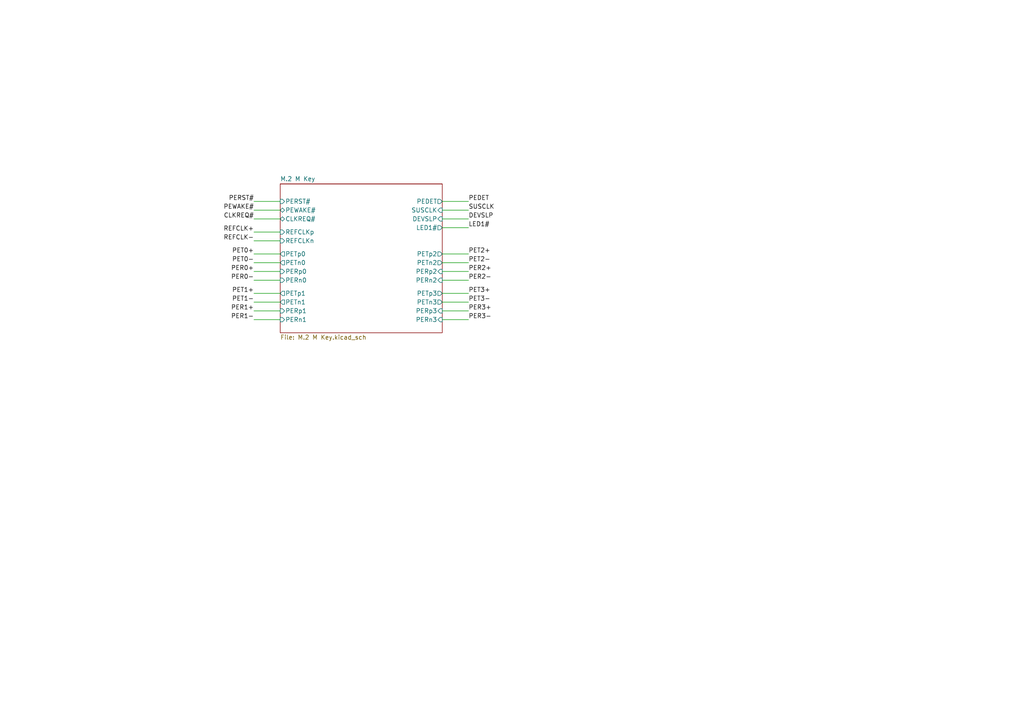
<source format=kicad_sch>
(kicad_sch
	(version 20250114)
	(generator "eeschema")
	(generator_version "9.0")
	(uuid "56980990-de7b-4df2-b369-502249d30b0a")
	(paper "A4")
	(lib_symbols)
	(wire
		(pts
			(xy 73.66 87.63) (xy 81.28 87.63)
		)
		(stroke
			(width 0)
			(type default)
		)
		(uuid "06c01e66-d25f-4831-9c33-b493139d1856")
	)
	(wire
		(pts
			(xy 73.66 73.66) (xy 81.28 73.66)
		)
		(stroke
			(width 0)
			(type default)
		)
		(uuid "096e72a6-f137-45f1-981c-e830dced0f2f")
	)
	(wire
		(pts
			(xy 73.66 78.74) (xy 81.28 78.74)
		)
		(stroke
			(width 0)
			(type default)
		)
		(uuid "142da844-585a-43b9-919d-d6d1474877d7")
	)
	(wire
		(pts
			(xy 128.27 90.17) (xy 135.89 90.17)
		)
		(stroke
			(width 0)
			(type default)
		)
		(uuid "225385cf-b270-4837-b90f-3a1cc345970e")
	)
	(wire
		(pts
			(xy 128.27 92.71) (xy 135.89 92.71)
		)
		(stroke
			(width 0)
			(type default)
		)
		(uuid "2ae7cfa0-d97a-40b9-ba99-c764c200e861")
	)
	(wire
		(pts
			(xy 73.66 85.09) (xy 81.28 85.09)
		)
		(stroke
			(width 0)
			(type default)
		)
		(uuid "3d3fb6d6-21db-4901-941c-a0421a4cdc77")
	)
	(wire
		(pts
			(xy 128.27 66.04) (xy 135.89 66.04)
		)
		(stroke
			(width 0)
			(type default)
		)
		(uuid "45c9d23c-3a39-4bd3-adbb-ce8795c5cc09")
	)
	(wire
		(pts
			(xy 73.66 76.2) (xy 81.28 76.2)
		)
		(stroke
			(width 0)
			(type default)
		)
		(uuid "47fea4fa-a06c-4220-873a-dbcc5c7fa01d")
	)
	(wire
		(pts
			(xy 128.27 87.63) (xy 135.89 87.63)
		)
		(stroke
			(width 0)
			(type default)
		)
		(uuid "4b7e2b97-0cd3-4bb3-99c7-b88f54da55e5")
	)
	(wire
		(pts
			(xy 73.66 60.96) (xy 81.28 60.96)
		)
		(stroke
			(width 0)
			(type default)
		)
		(uuid "4db99603-6a09-484f-865a-d75fc3aa5935")
	)
	(wire
		(pts
			(xy 128.27 78.74) (xy 135.89 78.74)
		)
		(stroke
			(width 0)
			(type default)
		)
		(uuid "4fa4add7-33a2-4dff-8b3d-2e427e988c53")
	)
	(wire
		(pts
			(xy 73.66 81.28) (xy 81.28 81.28)
		)
		(stroke
			(width 0)
			(type default)
		)
		(uuid "56807149-9ebe-47f7-965a-6b07706c3f8a")
	)
	(wire
		(pts
			(xy 73.66 67.31) (xy 81.28 67.31)
		)
		(stroke
			(width 0)
			(type default)
		)
		(uuid "6e46679e-a5c8-4666-a58c-38ab75db8451")
	)
	(wire
		(pts
			(xy 73.66 90.17) (xy 81.28 90.17)
		)
		(stroke
			(width 0)
			(type default)
		)
		(uuid "700d89a3-60b5-472f-b89b-f0c234407994")
	)
	(wire
		(pts
			(xy 73.66 69.85) (xy 81.28 69.85)
		)
		(stroke
			(width 0)
			(type default)
		)
		(uuid "755814d6-7bbb-4fb7-be37-db9c5512efff")
	)
	(wire
		(pts
			(xy 128.27 85.09) (xy 135.89 85.09)
		)
		(stroke
			(width 0)
			(type default)
		)
		(uuid "a57c3f05-3dc2-4bec-9368-1d4d376e9267")
	)
	(wire
		(pts
			(xy 128.27 73.66) (xy 135.89 73.66)
		)
		(stroke
			(width 0)
			(type default)
		)
		(uuid "bceca6b0-e2c7-463c-bbd9-21d12985a8c6")
	)
	(wire
		(pts
			(xy 73.66 58.42) (xy 81.28 58.42)
		)
		(stroke
			(width 0)
			(type default)
		)
		(uuid "da5aa157-7c31-489d-bc12-e5e8b77d3c79")
	)
	(wire
		(pts
			(xy 128.27 81.28) (xy 135.89 81.28)
		)
		(stroke
			(width 0)
			(type default)
		)
		(uuid "e0e75a52-cc95-4784-ab9c-87540e638456")
	)
	(wire
		(pts
			(xy 128.27 60.96) (xy 135.89 60.96)
		)
		(stroke
			(width 0)
			(type default)
		)
		(uuid "e36baa3c-69ac-4040-bac4-51060982e874")
	)
	(wire
		(pts
			(xy 73.66 92.71) (xy 81.28 92.71)
		)
		(stroke
			(width 0)
			(type default)
		)
		(uuid "e760e450-c6cf-4a16-a3e4-b9db87b5f76e")
	)
	(wire
		(pts
			(xy 128.27 58.42) (xy 135.89 58.42)
		)
		(stroke
			(width 0)
			(type default)
		)
		(uuid "e84b06dd-ec86-4c4a-b1c2-b6049ca2d48f")
	)
	(wire
		(pts
			(xy 73.66 63.5) (xy 81.28 63.5)
		)
		(stroke
			(width 0)
			(type default)
		)
		(uuid "ef2a7c74-4e6c-4e83-9bce-eb018372ebf6")
	)
	(wire
		(pts
			(xy 128.27 76.2) (xy 135.89 76.2)
		)
		(stroke
			(width 0)
			(type default)
		)
		(uuid "f366a139-753b-4256-85df-7f0de1e1ea4a")
	)
	(wire
		(pts
			(xy 128.27 63.5) (xy 135.89 63.5)
		)
		(stroke
			(width 0)
			(type default)
		)
		(uuid "f9485c54-bb2d-4e35-92a0-6c1ade69d019")
	)
	(label "PER1+"
		(at 73.66 90.17 180)
		(effects
			(font
				(size 1.27 1.27)
			)
			(justify right bottom)
		)
		(uuid "0328fc4e-12f5-4323-a3d4-63f18c31919b")
	)
	(label "PER0+"
		(at 73.66 78.74 180)
		(effects
			(font
				(size 1.27 1.27)
			)
			(justify right bottom)
		)
		(uuid "1eff997e-f90c-4a06-ab90-3d89a2f65835")
	)
	(label "SUSCLK"
		(at 135.89 60.96 0)
		(effects
			(font
				(size 1.27 1.27)
			)
			(justify left bottom)
		)
		(uuid "219bfdf6-c4ee-4f7b-a8ac-f514ba5229de")
	)
	(label "CLKREQ#"
		(at 73.66 63.5 180)
		(effects
			(font
				(size 1.27 1.27)
			)
			(justify right bottom)
		)
		(uuid "3c24b3b9-fac8-435e-8701-92f767e33252")
	)
	(label "DEVSLP"
		(at 135.89 63.5 0)
		(effects
			(font
				(size 1.27 1.27)
			)
			(justify left bottom)
		)
		(uuid "490a15c4-9787-4a64-a359-cd234d0a1a2e")
	)
	(label "PET2+"
		(at 135.89 73.66 0)
		(effects
			(font
				(size 1.27 1.27)
			)
			(justify left bottom)
		)
		(uuid "5ca8bb79-7834-4dae-899a-70864fbb7ed3")
	)
	(label "PER1-"
		(at 73.66 92.71 180)
		(effects
			(font
				(size 1.27 1.27)
			)
			(justify right bottom)
		)
		(uuid "611df789-1aaa-4eb4-92a0-cf75672ebfc3")
	)
	(label "PER3-"
		(at 135.89 92.71 0)
		(effects
			(font
				(size 1.27 1.27)
			)
			(justify left bottom)
		)
		(uuid "6b9f5bbf-40cf-49f0-b4bf-3c6d5623cc72")
	)
	(label "PER3+"
		(at 135.89 90.17 0)
		(effects
			(font
				(size 1.27 1.27)
			)
			(justify left bottom)
		)
		(uuid "6cab83f8-7856-42cf-9fd4-f7b265b4f144")
	)
	(label "PEDET"
		(at 135.89 58.42 0)
		(effects
			(font
				(size 1.27 1.27)
			)
			(justify left bottom)
		)
		(uuid "70107395-6d4e-40a9-a418-3e8f8a3e1941")
	)
	(label "PET3-"
		(at 135.89 87.63 0)
		(effects
			(font
				(size 1.27 1.27)
			)
			(justify left bottom)
		)
		(uuid "7ea0b087-0114-4d57-9c2c-73cae8ed1ef2")
	)
	(label "REFCLK+"
		(at 73.66 67.31 180)
		(effects
			(font
				(size 1.27 1.27)
			)
			(justify right bottom)
		)
		(uuid "7ff2d32e-a45d-45dc-bdb5-3bf1ce98e0f7")
	)
	(label "PET0-"
		(at 73.66 76.2 180)
		(effects
			(font
				(size 1.27 1.27)
			)
			(justify right bottom)
		)
		(uuid "8065f741-2391-437a-bfa6-066dfccf9fca")
	)
	(label "PEWAKE#"
		(at 73.66 60.96 180)
		(effects
			(font
				(size 1.27 1.27)
			)
			(justify right bottom)
		)
		(uuid "927e0615-3304-4770-af10-f3cced26df87")
	)
	(label "PET1-"
		(at 73.66 87.63 180)
		(effects
			(font
				(size 1.27 1.27)
			)
			(justify right bottom)
		)
		(uuid "a10bdfc9-837d-4510-aefe-7cdcc2e3ef19")
	)
	(label "PER2-"
		(at 135.89 81.28 0)
		(effects
			(font
				(size 1.27 1.27)
			)
			(justify left bottom)
		)
		(uuid "a18cbf6b-78de-43d7-b7ab-b5f8581cf7e1")
	)
	(label "PER0-"
		(at 73.66 81.28 180)
		(effects
			(font
				(size 1.27 1.27)
			)
			(justify right bottom)
		)
		(uuid "a207fb51-e79c-4329-83f0-2354b8baa629")
	)
	(label "REFCLK-"
		(at 73.66 69.85 180)
		(effects
			(font
				(size 1.27 1.27)
			)
			(justify right bottom)
		)
		(uuid "a4b44184-100a-4d2f-b7ff-fe1f28d06e6e")
	)
	(label "PET0+"
		(at 73.66 73.66 180)
		(effects
			(font
				(size 1.27 1.27)
			)
			(justify right bottom)
		)
		(uuid "aa405b05-07ad-4d2b-9be7-50eea606b43d")
	)
	(label "PET1+"
		(at 73.66 85.09 180)
		(effects
			(font
				(size 1.27 1.27)
			)
			(justify right bottom)
		)
		(uuid "b89f403b-7c57-456f-bd19-a872e3f41669")
	)
	(label "PET2-"
		(at 135.89 76.2 0)
		(effects
			(font
				(size 1.27 1.27)
			)
			(justify left bottom)
		)
		(uuid "ca9ff8a4-926f-47cd-94af-ba6c8ad8460d")
	)
	(label "LED1#"
		(at 135.89 66.04 0)
		(effects
			(font
				(size 1.27 1.27)
			)
			(justify left bottom)
		)
		(uuid "ce591bae-6efe-4d2e-a1de-eb624796fdce")
	)
	(label "PER2+"
		(at 135.89 78.74 0)
		(effects
			(font
				(size 1.27 1.27)
			)
			(justify left bottom)
		)
		(uuid "db056eb5-86bb-4c37-b799-5696ee809657")
	)
	(label "PET3+"
		(at 135.89 85.09 0)
		(effects
			(font
				(size 1.27 1.27)
			)
			(justify left bottom)
		)
		(uuid "e564b673-e0c6-40c2-a888-0022897cf9f6")
	)
	(label "PERST#"
		(at 73.66 58.42 180)
		(effects
			(font
				(size 1.27 1.27)
			)
			(justify right bottom)
		)
		(uuid "ee61ebbc-8dcb-4ab2-9ace-889d20788298")
	)
	(sheet
		(at 81.28 53.34)
		(size 46.99 43.18)
		(exclude_from_sim no)
		(in_bom yes)
		(on_board yes)
		(dnp no)
		(fields_autoplaced yes)
		(stroke
			(width 0.1524)
			(type solid)
		)
		(fill
			(color 0 0 0 0.0000)
		)
		(uuid "2b71ba98-ccef-4e8f-b574-04aabd3b4eb1")
		(property "Sheetname" "M.2 M Key"
			(at 81.28 52.6284 0)
			(effects
				(font
					(size 1.27 1.27)
				)
				(justify left bottom)
			)
		)
		(property "Sheetfile" "M.2 M Key.kicad_sch"
			(at 81.28 97.1046 0)
			(effects
				(font
					(size 1.27 1.27)
				)
				(justify left top)
			)
		)
		(pin "PERST#" input
			(at 81.28 58.42 180)
			(uuid "21aae8cc-5c52-4620-811c-6c0801aebe95")
			(effects
				(font
					(size 1.27 1.27)
				)
				(justify left)
			)
		)
		(pin "PEWAKE#" bidirectional
			(at 81.28 60.96 180)
			(uuid "b3c25936-854c-4aaf-8b9c-2d90251dc087")
			(effects
				(font
					(size 1.27 1.27)
				)
				(justify left)
			)
		)
		(pin "CLKREQ#" bidirectional
			(at 81.28 63.5 180)
			(uuid "a502381a-abc2-4293-b969-417c5ca3314c")
			(effects
				(font
					(size 1.27 1.27)
				)
				(justify left)
			)
		)
		(pin "REFCLKp" input
			(at 81.28 67.31 180)
			(uuid "b2168106-1b6c-42bb-8527-3a69159a5ce3")
			(effects
				(font
					(size 1.27 1.27)
				)
				(justify left)
			)
		)
		(pin "REFCLKn" input
			(at 81.28 69.85 180)
			(uuid "88b6db80-1e4f-4ea6-9628-7e508d6662ad")
			(effects
				(font
					(size 1.27 1.27)
				)
				(justify left)
			)
		)
		(pin "PETp0" output
			(at 81.28 73.66 180)
			(uuid "dc0bb7a6-9456-4ccb-8dc0-08126a269a1d")
			(effects
				(font
					(size 1.27 1.27)
				)
				(justify left)
			)
		)
		(pin "PERp0" input
			(at 81.28 78.74 180)
			(uuid "536ce879-3262-4073-a198-a044c4d0856a")
			(effects
				(font
					(size 1.27 1.27)
				)
				(justify left)
			)
		)
		(pin "PETn0" output
			(at 81.28 76.2 180)
			(uuid "dbb7e980-206a-403b-9740-0132ec28590d")
			(effects
				(font
					(size 1.27 1.27)
				)
				(justify left)
			)
		)
		(pin "PERn0" input
			(at 81.28 81.28 180)
			(uuid "e3321e71-39f4-4e7a-b2b3-65519c157938")
			(effects
				(font
					(size 1.27 1.27)
				)
				(justify left)
			)
		)
		(pin "PETp1" output
			(at 81.28 85.09 180)
			(uuid "bd3ac04b-5ca2-4817-a9b9-ca3649bdf9cf")
			(effects
				(font
					(size 1.27 1.27)
				)
				(justify left)
			)
		)
		(pin "PETn1" output
			(at 81.28 87.63 180)
			(uuid "0f72e91e-e263-4575-9477-9f6cc1f2501e")
			(effects
				(font
					(size 1.27 1.27)
				)
				(justify left)
			)
		)
		(pin "PERn1" input
			(at 81.28 92.71 180)
			(uuid "fad4f8f0-b04e-4ca6-be77-b98a6a21d399")
			(effects
				(font
					(size 1.27 1.27)
				)
				(justify left)
			)
		)
		(pin "PERp1" input
			(at 81.28 90.17 180)
			(uuid "08248434-307a-46d4-851b-ba0d1aada0ff")
			(effects
				(font
					(size 1.27 1.27)
				)
				(justify left)
			)
		)
		(pin "PETn2" output
			(at 128.27 76.2 0)
			(uuid "14dac4a1-c4b6-4f63-9939-01c4e55f5d9b")
			(effects
				(font
					(size 1.27 1.27)
				)
				(justify right)
			)
		)
		(pin "PETp2" output
			(at 128.27 73.66 0)
			(uuid "ae991a9b-c8ff-44ce-8544-2840b465f112")
			(effects
				(font
					(size 1.27 1.27)
				)
				(justify right)
			)
		)
		(pin "PERp2" input
			(at 128.27 78.74 0)
			(uuid "1f355498-64b4-468e-aab2-4f81b73c1d5f")
			(effects
				(font
					(size 1.27 1.27)
				)
				(justify right)
			)
		)
		(pin "PERn2" input
			(at 128.27 81.28 0)
			(uuid "fd68b174-4850-4ef0-9238-93adeb3932aa")
			(effects
				(font
					(size 1.27 1.27)
				)
				(justify right)
			)
		)
		(pin "PETp3" output
			(at 128.27 85.09 0)
			(uuid "8a8a48b7-3274-451b-b438-faac9c9a7215")
			(effects
				(font
					(size 1.27 1.27)
				)
				(justify right)
			)
		)
		(pin "PETn3" output
			(at 128.27 87.63 0)
			(uuid "d5b24bee-bc3d-4457-905b-ebe728c6e27c")
			(effects
				(font
					(size 1.27 1.27)
				)
				(justify right)
			)
		)
		(pin "PERn3" input
			(at 128.27 92.71 0)
			(uuid "088f73e1-28bf-487e-99bc-eb77128f7b71")
			(effects
				(font
					(size 1.27 1.27)
				)
				(justify right)
			)
		)
		(pin "PERp3" input
			(at 128.27 90.17 0)
			(uuid "7e8d8ebc-666f-4f7c-b136-f9ada6dce5b4")
			(effects
				(font
					(size 1.27 1.27)
				)
				(justify right)
			)
		)
		(pin "PEDET" output
			(at 128.27 58.42 0)
			(uuid "8a77fb84-1e01-4e58-8d55-1fb93b81b21e")
			(effects
				(font
					(size 1.27 1.27)
				)
				(justify right)
			)
		)
		(pin "SUSCLK" input
			(at 128.27 60.96 0)
			(uuid "d15ef181-7db9-420e-8dc8-44f3f9c50387")
			(effects
				(font
					(size 1.27 1.27)
				)
				(justify right)
			)
		)
		(pin "DEVSLP" input
			(at 128.27 63.5 0)
			(uuid "35523c68-6f22-4e47-84a8-4ab2502bbaef")
			(effects
				(font
					(size 1.27 1.27)
				)
				(justify right)
			)
		)
		(pin "LED1#" output
			(at 128.27 66.04 0)
			(uuid "9ed954f1-11f0-4728-a5c2-62b97d2589b0")
			(effects
				(font
					(size 1.27 1.27)
				)
				(justify right)
			)
		)
		(instances
			(project "M.2 M Key 3080"
				(path "/56980990-de7b-4df2-b369-502249d30b0a"
					(page "2")
				)
			)
		)
	)
	(sheet_instances
		(path "/"
			(page "1")
		)
	)
	(embedded_fonts no)
)

</source>
